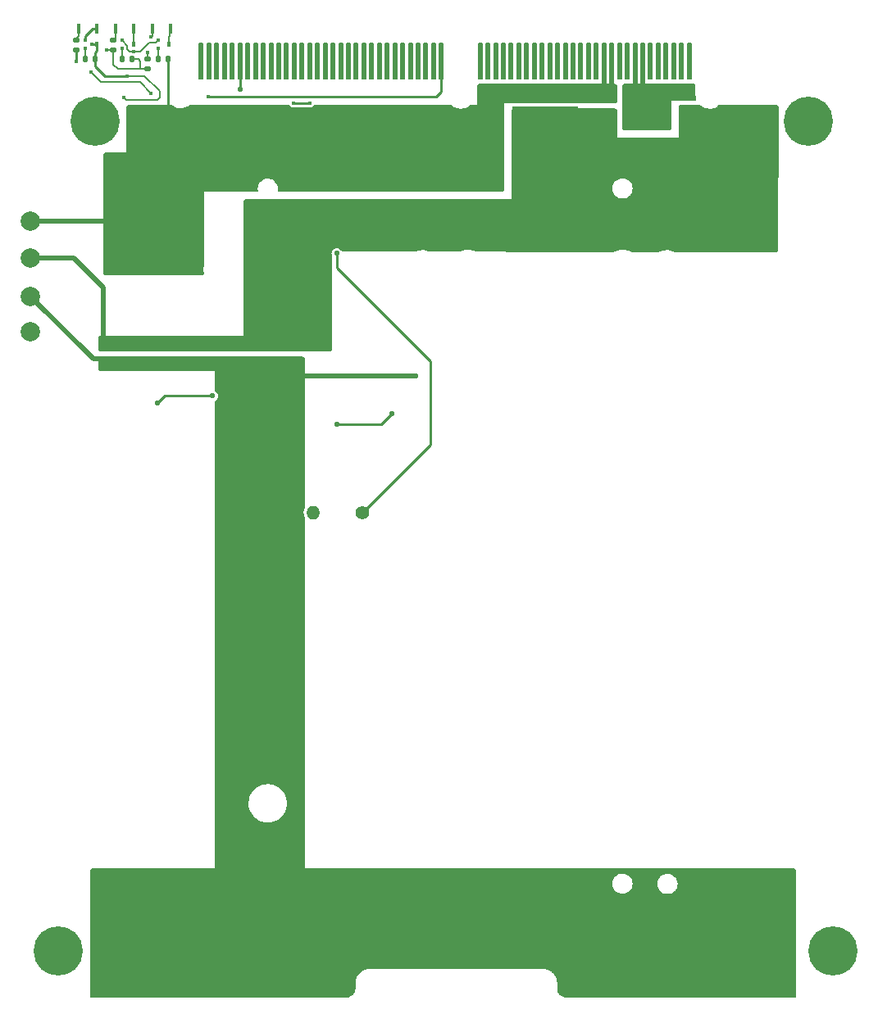
<source format=gbl>
%TF.GenerationSoftware,KiCad,Pcbnew,(6.0.2)*%
%TF.CreationDate,2022-09-07T09:44:16-04:00*%
%TF.ProjectId,batteryboard,62617474-6572-4796-926f-6172642e6b69,rev?*%
%TF.SameCoordinates,Original*%
%TF.FileFunction,Copper,L2,Bot*%
%TF.FilePolarity,Positive*%
%FSLAX46Y46*%
G04 Gerber Fmt 4.6, Leading zero omitted, Abs format (unit mm)*
G04 Created by KiCad (PCBNEW (6.0.2)) date 2022-09-07 09:44:16*
%MOMM*%
%LPD*%
G01*
G04 APERTURE LIST*
G04 Aperture macros list*
%AMRoundRect*
0 Rectangle with rounded corners*
0 $1 Rounding radius*
0 $2 $3 $4 $5 $6 $7 $8 $9 X,Y pos of 4 corners*
0 Add a 4 corners polygon primitive as box body*
4,1,4,$2,$3,$4,$5,$6,$7,$8,$9,$2,$3,0*
0 Add four circle primitives for the rounded corners*
1,1,$1+$1,$2,$3*
1,1,$1+$1,$4,$5*
1,1,$1+$1,$6,$7*
1,1,$1+$1,$8,$9*
0 Add four rect primitives between the rounded corners*
20,1,$1+$1,$2,$3,$4,$5,0*
20,1,$1+$1,$4,$5,$6,$7,0*
20,1,$1+$1,$6,$7,$8,$9,0*
20,1,$1+$1,$8,$9,$2,$3,0*%
%AMFreePoly0*
4,1,12,0.105238,2.379067,0.194454,2.319454,0.254067,2.230238,0.275000,2.125000,0.275000,-1.400000,-0.275000,-1.400000,-0.275000,2.125000,-0.254067,2.230238,-0.194454,2.319454,-0.105238,2.379067,0.000000,2.400000,0.105238,2.379067,0.105238,2.379067,$1*%
G04 Aperture macros list end*
%TA.AperFunction,ComponentPad*%
%ADD10C,2.000000*%
%TD*%
%TA.AperFunction,ComponentPad*%
%ADD11C,5.080000*%
%TD*%
%TA.AperFunction,SMDPad,CuDef*%
%ADD12FreePoly0,0.000000*%
%TD*%
%TA.AperFunction,ComponentPad*%
%ADD13C,1.400000*%
%TD*%
%TA.AperFunction,ComponentPad*%
%ADD14O,1.400000X1.400000*%
%TD*%
%TA.AperFunction,SMDPad,CuDef*%
%ADD15R,6.800000X7.300000*%
%TD*%
%TA.AperFunction,SMDPad,CuDef*%
%ADD16R,4.000000X6.800000*%
%TD*%
%TA.AperFunction,SMDPad,CuDef*%
%ADD17R,4.500000X6.700000*%
%TD*%
%TA.AperFunction,SMDPad,CuDef*%
%ADD18R,0.370000X1.000000*%
%TD*%
%TA.AperFunction,SMDPad,CuDef*%
%ADD19R,0.450000X0.400000*%
%TD*%
%TA.AperFunction,SMDPad,CuDef*%
%ADD20R,0.450000X0.500000*%
%TD*%
%TA.AperFunction,SMDPad,CuDef*%
%ADD21RoundRect,0.135000X0.185000X-0.135000X0.185000X0.135000X-0.185000X0.135000X-0.185000X-0.135000X0*%
%TD*%
%TA.AperFunction,SMDPad,CuDef*%
%ADD22RoundRect,0.135000X-0.135000X-0.185000X0.135000X-0.185000X0.135000X0.185000X-0.135000X0.185000X0*%
%TD*%
%TA.AperFunction,ViaPad*%
%ADD23C,0.584200*%
%TD*%
%TA.AperFunction,ViaPad*%
%ADD24C,0.381000*%
%TD*%
%TA.AperFunction,Conductor*%
%ADD25C,0.508000*%
%TD*%
%TA.AperFunction,Conductor*%
%ADD26C,0.203200*%
%TD*%
%TA.AperFunction,Conductor*%
%ADD27C,0.254000*%
%TD*%
%TA.AperFunction,Conductor*%
%ADD28C,0.279400*%
%TD*%
G04 APERTURE END LIST*
D10*
X55499000Y-67310000D03*
X55499000Y-71247000D03*
X55499000Y-74930000D03*
X55499000Y-63500000D03*
D11*
X62118400Y-53157200D03*
X135778400Y-53157200D03*
X138318400Y-138887200D03*
X58318400Y-138887200D03*
D12*
X73122220Y-47404353D03*
X73922220Y-47404353D03*
X74722220Y-47404353D03*
X75522220Y-47404353D03*
X76322220Y-47404353D03*
X77122220Y-47404353D03*
X77922220Y-47404353D03*
X78722220Y-47404353D03*
X79522220Y-47404353D03*
X80322220Y-47404353D03*
X81122220Y-47404353D03*
X81922220Y-47404353D03*
X82722220Y-47404353D03*
X83522220Y-47404353D03*
X84322220Y-47404353D03*
X85122220Y-47404353D03*
X85922220Y-47404353D03*
X86722220Y-47404353D03*
X87522220Y-47404353D03*
X88322220Y-47404353D03*
X89122220Y-47404353D03*
X89922220Y-47404353D03*
X90722220Y-47404353D03*
X91522220Y-47404353D03*
X92322220Y-47404353D03*
X93122220Y-47404353D03*
X93922220Y-47404353D03*
X94722220Y-47404353D03*
X95522220Y-47404353D03*
X96322220Y-47404353D03*
X97122220Y-47404353D03*
X97922220Y-47404353D03*
X101922220Y-47404353D03*
X102722220Y-47404353D03*
X103522220Y-47404353D03*
X104322220Y-47404353D03*
X105122220Y-47404353D03*
X105922220Y-47404353D03*
X106722220Y-47404353D03*
X107522220Y-47404353D03*
X108322220Y-47404353D03*
X109122220Y-47404353D03*
X109922220Y-47404353D03*
X110722220Y-47404353D03*
X111522220Y-47404353D03*
X112322220Y-47404353D03*
X113122220Y-47404353D03*
X113922220Y-47404353D03*
X114722220Y-47404353D03*
X115522220Y-47404353D03*
X116322220Y-47404353D03*
X117122220Y-47404353D03*
X117922220Y-47404353D03*
X118722220Y-47404353D03*
X119522220Y-47404353D03*
X120322220Y-47404353D03*
X121122220Y-47404353D03*
X121922220Y-47404353D03*
X122722220Y-47404353D03*
X123522220Y-47404353D03*
D13*
X89739000Y-93599000D03*
D14*
X84659000Y-93599000D03*
D15*
X87998300Y-136825100D03*
X87998300Y-55275100D03*
D16*
X127873300Y-55499700D03*
D15*
X129273300Y-136799700D03*
X108623100Y-55249700D03*
X108623100Y-136799700D03*
X67348100Y-136825100D03*
D17*
X68273100Y-55575100D03*
D18*
X62322181Y-43591480D03*
X60462181Y-43591480D03*
X66122173Y-43591480D03*
X64262173Y-43591480D03*
X69922191Y-43591480D03*
X68062191Y-43591480D03*
D19*
X61172400Y-45586600D03*
X61172400Y-44786600D03*
D20*
X62322400Y-45186600D03*
D19*
X64957000Y-45586600D03*
X64957000Y-44786600D03*
D20*
X66107000Y-45186600D03*
D19*
X68665400Y-45586600D03*
X68665400Y-44786600D03*
D20*
X69815400Y-45186600D03*
D21*
X60198000Y-45798200D03*
X60198000Y-44778200D03*
X64033400Y-45798200D03*
X64033400Y-44778200D03*
X67614800Y-47754000D03*
X67614800Y-46734000D03*
D22*
X61161200Y-46736000D03*
X62181200Y-46736000D03*
X64971200Y-46736000D03*
X65991200Y-46736000D03*
X68654200Y-46736000D03*
X69674200Y-46736000D03*
D23*
X90106500Y-65341500D03*
X90106500Y-64579500D03*
X90106500Y-66103500D03*
X90995500Y-65341500D03*
X90995500Y-66103500D03*
X90995500Y-64579500D03*
X124460000Y-58420000D03*
X125730000Y-59690000D03*
X130810000Y-62230000D03*
X124460000Y-55880000D03*
X132080000Y-53340000D03*
X124460000Y-63500000D03*
X127000000Y-60960000D03*
X125730000Y-62230000D03*
X72825000Y-76273000D03*
X132080000Y-55880000D03*
X132080000Y-60960000D03*
X132080000Y-63500000D03*
X128270000Y-62230000D03*
X127000000Y-63500000D03*
X129540000Y-63500000D03*
X89217500Y-66103500D03*
X68507000Y-76273000D03*
X125730000Y-64770000D03*
X124460000Y-53340000D03*
X128270000Y-64770000D03*
X89217500Y-64579500D03*
X130810000Y-64770000D03*
X124460000Y-60960000D03*
X64443000Y-76273000D03*
X132080000Y-58420000D03*
X89217500Y-65341500D03*
X130810000Y-59690000D03*
X128270000Y-59690000D03*
X129540000Y-60960000D03*
D24*
X66128900Y-45948600D03*
X65493900Y-48463200D03*
X61810900Y-45186600D03*
D23*
X120015000Y-53340000D03*
X117475000Y-52070000D03*
X120000000Y-49800000D03*
X121285000Y-50165000D03*
X117475000Y-53340000D03*
X120015000Y-50800000D03*
X121285000Y-51435000D03*
X118722220Y-50187780D03*
X121285000Y-52705000D03*
X118745000Y-51435000D03*
D24*
X65151000Y-50673000D03*
D23*
X120015000Y-52070000D03*
X117475000Y-50800000D03*
X118745000Y-52705000D03*
X115570000Y-139700000D03*
X114300000Y-135890000D03*
X119380000Y-133350000D03*
X118110000Y-137160000D03*
X116840000Y-133350000D03*
X124460000Y-133350000D03*
X72857000Y-78273000D03*
X113030000Y-137160000D03*
X123190000Y-139700000D03*
X115570000Y-134620000D03*
X121920000Y-133350000D03*
X119380000Y-138430000D03*
X114300000Y-133350000D03*
X123190000Y-137160000D03*
X124460000Y-138430000D03*
X64475000Y-78273000D03*
X95250000Y-79502002D03*
X121920000Y-138430000D03*
X124460000Y-135890000D03*
X119380000Y-135890000D03*
X116840000Y-138430000D03*
X120650000Y-139700000D03*
X68539000Y-78273000D03*
X113030000Y-139700000D03*
X116840000Y-135890000D03*
X120650000Y-137160000D03*
X121920000Y-135890000D03*
X115570000Y-137160000D03*
X120650000Y-134620000D03*
X118110000Y-139700000D03*
X118110000Y-134620000D03*
X113030000Y-134620000D03*
X114300000Y-138430000D03*
X123190000Y-134620000D03*
X100330000Y-55880000D03*
X95250000Y-53340000D03*
X97790000Y-58420000D03*
X96520000Y-54610000D03*
X72898000Y-68326000D03*
X96520000Y-57150000D03*
X72898000Y-64262000D03*
X64262000Y-66294000D03*
X92710000Y-55880000D03*
X92710000Y-53340000D03*
X93980000Y-54610000D03*
X100330000Y-58420000D03*
X102870000Y-58420000D03*
X72898000Y-66294000D03*
X64262000Y-64262000D03*
X96520000Y-52070000D03*
X101600000Y-54610000D03*
X99060000Y-54610000D03*
X102870000Y-53340000D03*
X95250000Y-58420000D03*
X68580000Y-68326000D03*
X104140000Y-57150000D03*
X68580000Y-64262000D03*
X68580000Y-66294000D03*
X104140000Y-54610000D03*
X93980000Y-57150000D03*
X104140000Y-52070000D03*
X100330000Y-53340000D03*
X101600000Y-57150000D03*
X99060000Y-57150000D03*
X95250000Y-55880000D03*
X93980000Y-52070000D03*
X64262000Y-68326000D03*
X92710000Y-58420000D03*
X97790000Y-55880000D03*
X102870000Y-55880000D03*
X97790000Y-53340000D03*
X87122000Y-84455000D03*
X92770500Y-83378500D03*
D24*
X67614800Y-46050200D03*
X67945000Y-44450000D03*
D23*
X68580000Y-82296000D03*
X74295000Y-81534000D03*
X77122220Y-49877780D03*
X87122000Y-66802000D03*
D24*
X60198000Y-46990000D03*
X63334900Y-45796200D03*
X82690208Y-51294792D03*
X84328000Y-51294792D03*
X67945000Y-50266600D03*
X73837800Y-50622200D03*
X61707979Y-48068179D03*
D25*
X55499000Y-67310000D02*
X59944000Y-67310000D01*
X59944000Y-67310000D02*
X61214000Y-68580000D01*
X62992000Y-70358000D02*
X62992000Y-75819000D01*
X61214000Y-68580000D02*
X62992000Y-70358000D01*
D26*
X65493900Y-45732700D02*
X65709800Y-45948600D01*
X65493900Y-45323500D02*
X65493900Y-45732700D01*
X65709800Y-45948600D02*
X66128900Y-45948600D01*
X64957000Y-44786600D02*
X65493900Y-45323500D01*
X68834000Y-50038000D02*
X68834000Y-50673000D01*
D27*
X63195200Y-48463200D02*
X65493900Y-48463200D01*
D26*
X67259200Y-48463200D02*
X68834000Y-50038000D01*
X65493900Y-48463200D02*
X67259200Y-48463200D01*
D27*
X62322400Y-45186600D02*
X61874400Y-45186600D01*
D26*
X68456389Y-44995611D02*
X67780389Y-44995611D01*
X67780389Y-44995611D02*
X66827400Y-45948600D01*
D25*
X117922220Y-47404353D02*
X117922220Y-49850220D01*
D27*
X62322400Y-45881600D02*
X62181200Y-46022800D01*
D26*
X68834000Y-50673000D02*
X68580000Y-50927000D01*
D25*
X118722220Y-47404353D02*
X118722220Y-50187780D01*
D26*
X66827400Y-45948600D02*
X66128900Y-45948600D01*
D27*
X62181200Y-46022800D02*
X62181200Y-46736000D01*
X62181200Y-47449200D02*
X63195200Y-48463200D01*
X62322400Y-45186600D02*
X62322400Y-45881600D01*
D26*
X65405000Y-50927000D02*
X65151000Y-50673000D01*
D27*
X62181200Y-46736000D02*
X62181200Y-47449200D01*
D26*
X68665400Y-44786600D02*
X68456389Y-44995611D01*
X65405000Y-50927000D02*
X68580000Y-50927000D01*
D25*
X55499000Y-71247000D02*
X61976000Y-77724000D01*
X61976000Y-77724000D02*
X63119000Y-77724000D01*
X95250000Y-79502002D02*
X83439002Y-79502002D01*
X55499000Y-63500000D02*
X63881000Y-63500000D01*
X115522220Y-47404353D02*
X115522220Y-50498220D01*
X114722220Y-47404353D02*
X114722220Y-50714220D01*
D27*
X69674200Y-46736000D02*
X69674200Y-51864800D01*
D28*
X91694000Y-84455000D02*
X87122000Y-84455000D01*
X92770500Y-83378500D02*
X91694000Y-84455000D01*
D27*
X61172400Y-44332600D02*
X61913520Y-43591480D01*
X61172400Y-44786600D02*
X61172400Y-44332600D01*
X61913520Y-43591480D02*
X62322181Y-43591480D01*
D26*
X60198000Y-44778200D02*
X60198000Y-44577000D01*
X60198000Y-44577000D02*
X60462181Y-44312819D01*
X60462181Y-44312819D02*
X60462181Y-43591480D01*
X66107000Y-45186600D02*
X66107000Y-43606653D01*
X66107000Y-43606653D02*
X66122173Y-43591480D01*
X64262173Y-44549427D02*
X64033400Y-44778200D01*
X64262173Y-43591480D02*
X64262173Y-44549427D01*
X69815400Y-45186600D02*
X69815400Y-44450393D01*
X69891993Y-44373800D02*
X69891993Y-43591480D01*
X69815400Y-44450393D02*
X69891993Y-44373800D01*
X67614800Y-46734000D02*
X67614800Y-46050200D01*
X68062191Y-44332809D02*
X67945000Y-44450000D01*
X68062191Y-43591480D02*
X68062191Y-44332809D01*
D28*
X74295000Y-81534000D02*
X69342000Y-81534000D01*
X69342000Y-81534000D02*
X68580000Y-82296000D01*
D27*
X87122000Y-68326000D02*
X96774000Y-77978000D01*
X96774000Y-86564000D02*
X96774000Y-77978000D01*
X77122220Y-47404353D02*
X77122220Y-49877780D01*
X89739000Y-93599000D02*
X96774000Y-86564000D01*
X87122000Y-68326000D02*
X87122000Y-66802000D01*
D26*
X67612800Y-47752000D02*
X67614800Y-47754000D01*
X63336900Y-45798200D02*
X63334900Y-45796200D01*
X64033400Y-45798200D02*
X63336900Y-45798200D01*
X66865500Y-47752000D02*
X67612800Y-47752000D01*
X66624200Y-46736000D02*
X66827400Y-46939200D01*
X66827400Y-46939200D02*
X66827400Y-47713900D01*
X64033400Y-47269400D02*
X64033400Y-45798200D01*
X60198000Y-46355000D02*
X60198000Y-46990000D01*
X65991200Y-46736000D02*
X66624200Y-46736000D01*
D27*
X84328000Y-51294792D02*
X82690208Y-51294792D01*
D26*
X64516000Y-47752000D02*
X64033400Y-47269400D01*
X66827400Y-47713900D02*
X66865500Y-47752000D01*
D27*
X60198000Y-46583600D02*
X60198000Y-46355000D01*
X60198000Y-45798200D02*
X60198000Y-46990000D01*
X60198000Y-46355000D02*
X60198000Y-45798200D01*
D26*
X66865500Y-47752000D02*
X64516000Y-47752000D01*
X61172400Y-46724800D02*
X61161200Y-46736000D01*
X61172400Y-45586600D02*
X61172400Y-46724800D01*
X64957000Y-46721800D02*
X64971200Y-46736000D01*
X64957000Y-45586600D02*
X64957000Y-46721800D01*
X68654200Y-46736000D02*
X68654200Y-45597800D01*
X68654200Y-45597800D02*
X68665400Y-45586600D01*
X66776600Y-49098200D02*
X67945000Y-50266600D01*
X62738000Y-49098200D02*
X66776600Y-49098200D01*
D27*
X73837800Y-50622200D02*
X97358200Y-50622200D01*
X97922220Y-50058180D02*
X97922220Y-47404353D01*
D26*
X61707990Y-48068190D02*
X62738000Y-49098200D01*
D27*
X97358200Y-50622200D02*
X97922220Y-50058180D01*
%TA.AperFunction,Conductor*%
G36*
X115840170Y-49278421D02*
G01*
X115864073Y-49283175D01*
X115899091Y-49290141D01*
X115944510Y-49308954D01*
X115964329Y-49322196D01*
X115983939Y-49335300D01*
X116018700Y-49370061D01*
X116045045Y-49409488D01*
X116063860Y-49454911D01*
X116075579Y-49513830D01*
X116078000Y-49538410D01*
X116078000Y-51045590D01*
X116075579Y-51070170D01*
X116063860Y-51129089D01*
X116045045Y-51174512D01*
X116018700Y-51213939D01*
X115983939Y-51248700D01*
X115964329Y-51261804D01*
X115944510Y-51275046D01*
X115899091Y-51293859D01*
X115864073Y-51300825D01*
X115840170Y-51305579D01*
X115815590Y-51308000D01*
X104394000Y-51308000D01*
X104394000Y-60189590D01*
X104391579Y-60214170D01*
X104379860Y-60273089D01*
X104361045Y-60318512D01*
X104334700Y-60357939D01*
X104299939Y-60392700D01*
X104280329Y-60405804D01*
X104260510Y-60419046D01*
X104215091Y-60437859D01*
X104180073Y-60444825D01*
X104156170Y-60449579D01*
X104131590Y-60452000D01*
X81148625Y-60452000D01*
X81080504Y-60431998D01*
X81034011Y-60378342D01*
X81023315Y-60312830D01*
X81042161Y-60133522D01*
X81042161Y-60133519D01*
X81042805Y-60127392D01*
X81024329Y-59924375D01*
X81012643Y-59884668D01*
X80968513Y-59734731D01*
X80966771Y-59728812D01*
X80946443Y-59689928D01*
X80875180Y-59553614D01*
X80875177Y-59553610D01*
X80872325Y-59548154D01*
X80744588Y-59389281D01*
X80588425Y-59258244D01*
X80409784Y-59160036D01*
X80403917Y-59158175D01*
X80403915Y-59158174D01*
X80311897Y-59128984D01*
X80215470Y-59098395D01*
X80056819Y-59080600D01*
X79947000Y-59080600D01*
X79795416Y-59095463D01*
X79600261Y-59154384D01*
X79420266Y-59250089D01*
X79262288Y-59378932D01*
X79253727Y-59389281D01*
X79136274Y-59531256D01*
X79136272Y-59531260D01*
X79132345Y-59536006D01*
X79035386Y-59715328D01*
X79033564Y-59721215D01*
X78982967Y-59884668D01*
X78975104Y-59910068D01*
X78953795Y-60112808D01*
X78971999Y-60312830D01*
X78972158Y-60314580D01*
X78958413Y-60384233D01*
X78909192Y-60435398D01*
X78846677Y-60452000D01*
X73406000Y-60452000D01*
X73406000Y-68047479D01*
X73402746Y-68075928D01*
X73387977Y-68139647D01*
X73363789Y-68418928D01*
X73364033Y-68423363D01*
X73364033Y-68423367D01*
X73378387Y-68684177D01*
X73379193Y-68698831D01*
X73380062Y-68703198D01*
X73401548Y-68811219D01*
X73401548Y-68860379D01*
X73391860Y-68909088D01*
X73373045Y-68954512D01*
X73346700Y-68993939D01*
X73311939Y-69028700D01*
X73292329Y-69041804D01*
X73272510Y-69055046D01*
X73227091Y-69073859D01*
X73192073Y-69080825D01*
X73168170Y-69085579D01*
X73143590Y-69088000D01*
X63254410Y-69088000D01*
X63229830Y-69085579D01*
X63205927Y-69080825D01*
X63170909Y-69073859D01*
X63125490Y-69055046D01*
X63105671Y-69041804D01*
X63086061Y-69028700D01*
X63051300Y-68993939D01*
X63024955Y-68954512D01*
X63006140Y-68909089D01*
X62994421Y-68850170D01*
X62992000Y-68825590D01*
X62992000Y-56650410D01*
X62994421Y-56625830D01*
X63006140Y-56566911D01*
X63024955Y-56521488D01*
X63051300Y-56482061D01*
X63086061Y-56447300D01*
X63105671Y-56434196D01*
X63125490Y-56420954D01*
X63170909Y-56402141D01*
X63205927Y-56395175D01*
X63229830Y-56390421D01*
X63254410Y-56388000D01*
X65405000Y-56388000D01*
X65405000Y-51697410D01*
X65407421Y-51672830D01*
X65416681Y-51626273D01*
X65419141Y-51613909D01*
X65437955Y-51568488D01*
X65442365Y-51561889D01*
X65461986Y-51532524D01*
X65464300Y-51529061D01*
X65499061Y-51494300D01*
X65518867Y-51481066D01*
X65538490Y-51467954D01*
X65583909Y-51449141D01*
X65618927Y-51442175D01*
X65642830Y-51437421D01*
X65667410Y-51435000D01*
X70059689Y-51435000D01*
X70127810Y-51455002D01*
X70157088Y-51481066D01*
X70177600Y-51506060D01*
X70208212Y-51543360D01*
X70334443Y-51646956D01*
X70478459Y-51723934D01*
X70634726Y-51771338D01*
X70781480Y-51785792D01*
X70782130Y-51785889D01*
X70782461Y-51785889D01*
X70787629Y-51786398D01*
X70797239Y-51788309D01*
X70810095Y-51785752D01*
X70834675Y-51783331D01*
X70984807Y-51783331D01*
X71009385Y-51785752D01*
X71022232Y-51788307D01*
X71026225Y-51787513D01*
X71038313Y-51786562D01*
X71038314Y-51786562D01*
X71159604Y-51777015D01*
X71250390Y-51769870D01*
X71255197Y-51768716D01*
X71255203Y-51768715D01*
X71395159Y-51735114D01*
X71472929Y-51716443D01*
X71506122Y-51702694D01*
X71679798Y-51630755D01*
X71679800Y-51630754D01*
X71684370Y-51628861D01*
X71879507Y-51509280D01*
X71889906Y-51500399D01*
X71905802Y-51486822D01*
X71931131Y-51465189D01*
X71995920Y-51436158D01*
X72012961Y-51435000D01*
X82183473Y-51435000D01*
X82251594Y-51455002D01*
X82298802Y-51510254D01*
X82308531Y-51532365D01*
X82314308Y-51539238D01*
X82314309Y-51539239D01*
X82384771Y-51623064D01*
X82390551Y-51629940D01*
X82496661Y-51700573D01*
X82618329Y-51738585D01*
X82745776Y-51740921D01*
X82842505Y-51714549D01*
X82860093Y-51709754D01*
X82860094Y-51709754D01*
X82868756Y-51707392D01*
X82889074Y-51694917D01*
X82955003Y-51676292D01*
X84059875Y-51676292D01*
X84117877Y-51693832D01*
X84118878Y-51691734D01*
X84126978Y-51695597D01*
X84134453Y-51700573D01*
X84256121Y-51738585D01*
X84383568Y-51740921D01*
X84480297Y-51714549D01*
X84497885Y-51709754D01*
X84497886Y-51709754D01*
X84506548Y-51707392D01*
X84615175Y-51640696D01*
X84700715Y-51546192D01*
X84704630Y-51538112D01*
X84720160Y-51506060D01*
X84767863Y-51453478D01*
X84833551Y-51435000D01*
X98872911Y-51435000D01*
X98941032Y-51455002D01*
X98954741Y-51465189D01*
X99064932Y-51559303D01*
X99260070Y-51678886D01*
X99318889Y-51703250D01*
X99409833Y-51740921D01*
X99471512Y-51766470D01*
X99694052Y-51819899D01*
X99922210Y-51837857D01*
X100150369Y-51819902D01*
X100372910Y-51766476D01*
X100584353Y-51678894D01*
X100779492Y-51559314D01*
X100871109Y-51481066D01*
X100889699Y-51465189D01*
X100954489Y-51436158D01*
X100971529Y-51435000D01*
X101600000Y-51435000D01*
X101600000Y-49538410D01*
X101602421Y-49513830D01*
X101614140Y-49454911D01*
X101632955Y-49409488D01*
X101659300Y-49370061D01*
X101694061Y-49335300D01*
X101713671Y-49322196D01*
X101733490Y-49308954D01*
X101778909Y-49290141D01*
X101813927Y-49283175D01*
X101837830Y-49278421D01*
X101862410Y-49276000D01*
X115815590Y-49276000D01*
X115840170Y-49278421D01*
G37*
%TD.AperFunction*%
%TA.AperFunction,Conductor*%
G36*
X124641033Y-51455002D02*
G01*
X124654740Y-51465187D01*
X124764944Y-51559310D01*
X124960081Y-51678890D01*
X125171522Y-51766473D01*
X125262474Y-51788309D01*
X125389248Y-51818745D01*
X125389254Y-51818746D01*
X125394061Y-51819900D01*
X125578533Y-51834419D01*
X125597566Y-51835917D01*
X125618225Y-51837543D01*
X125622218Y-51838337D01*
X125635065Y-51835782D01*
X125659643Y-51833361D01*
X125809772Y-51833361D01*
X125834352Y-51835782D01*
X125847213Y-51838340D01*
X125856823Y-51836429D01*
X125861991Y-51835920D01*
X125862322Y-51835920D01*
X125862972Y-51835823D01*
X126009726Y-51821369D01*
X126165993Y-51773965D01*
X126310009Y-51696987D01*
X126436240Y-51593391D01*
X126456678Y-51568488D01*
X126528424Y-51481066D01*
X126587102Y-51441097D01*
X126625823Y-51435000D01*
X132491790Y-51435000D01*
X132516413Y-51437429D01*
X132575424Y-51449187D01*
X132620903Y-51468060D01*
X132660371Y-51494488D01*
X132695145Y-51529354D01*
X132721466Y-51568888D01*
X132740220Y-51614417D01*
X132751823Y-51673455D01*
X132754188Y-51698084D01*
X132715685Y-66412985D01*
X132713204Y-66437536D01*
X132701353Y-66496368D01*
X132682456Y-66541703D01*
X132656054Y-66581042D01*
X132621260Y-66615707D01*
X132581825Y-66641962D01*
X132536419Y-66660691D01*
X132477545Y-66672323D01*
X132452985Y-66674713D01*
X124445703Y-66665947D01*
X122159760Y-66663445D01*
X122112599Y-66654230D01*
X121886562Y-66562675D01*
X121882249Y-66561604D01*
X121882244Y-66561602D01*
X121618824Y-66496168D01*
X121618819Y-66496167D01*
X121614503Y-66495095D01*
X121610075Y-66494641D01*
X121610073Y-66494641D01*
X121519322Y-66485343D01*
X121375428Y-66470600D01*
X121201893Y-66470600D01*
X120993674Y-66485343D01*
X120989319Y-66486281D01*
X120989316Y-66486281D01*
X120723974Y-66543407D01*
X120723972Y-66543407D01*
X120719627Y-66544343D01*
X120456627Y-66641369D01*
X120452706Y-66643485D01*
X120452703Y-66643486D01*
X120447314Y-66646394D01*
X120387348Y-66661504D01*
X117766507Y-66658635D01*
X117556976Y-66658406D01*
X117501684Y-66645558D01*
X117500027Y-66644746D01*
X117496184Y-66642514D01*
X117492067Y-66640846D01*
X117492062Y-66640844D01*
X117240488Y-66538946D01*
X117240485Y-66538945D01*
X117236362Y-66537275D01*
X117232049Y-66536204D01*
X117232044Y-66536202D01*
X116968624Y-66470768D01*
X116968619Y-66470767D01*
X116964303Y-66469695D01*
X116959875Y-66469241D01*
X116959873Y-66469241D01*
X116869122Y-66459943D01*
X116725228Y-66445200D01*
X116551693Y-66445200D01*
X116343474Y-66459943D01*
X116339119Y-66460881D01*
X116339116Y-66460881D01*
X116073774Y-66518007D01*
X116073772Y-66518007D01*
X116069427Y-66518943D01*
X115806427Y-66615969D01*
X115802505Y-66618085D01*
X115802501Y-66618087D01*
X115759554Y-66641260D01*
X115699585Y-66656372D01*
X107749917Y-66647670D01*
X101516475Y-66640846D01*
X101469313Y-66631630D01*
X101236362Y-66537275D01*
X101100332Y-66503485D01*
X100968624Y-66470768D01*
X100968619Y-66470767D01*
X100964303Y-66469695D01*
X100959875Y-66469241D01*
X100959873Y-66469241D01*
X100869122Y-66459943D01*
X100725228Y-66445200D01*
X100551693Y-66445200D01*
X100343474Y-66459943D01*
X100339119Y-66460881D01*
X100339116Y-66460881D01*
X100073774Y-66518007D01*
X100073772Y-66518007D01*
X100069427Y-66518943D01*
X99806427Y-66615969D01*
X99802505Y-66618085D01*
X99802501Y-66618087D01*
X99791951Y-66623779D01*
X99731980Y-66638892D01*
X96816262Y-66635700D01*
X96769100Y-66626485D01*
X96611562Y-66562675D01*
X96607249Y-66561604D01*
X96607244Y-66561602D01*
X96343824Y-66496168D01*
X96343819Y-66496167D01*
X96339503Y-66495095D01*
X96335075Y-66494641D01*
X96335073Y-66494641D01*
X96244322Y-66485343D01*
X96100428Y-66470600D01*
X95926893Y-66470600D01*
X95718674Y-66485343D01*
X95714319Y-66486281D01*
X95714316Y-66486281D01*
X95448974Y-66543407D01*
X95448972Y-66543407D01*
X95444627Y-66544343D01*
X95345150Y-66581042D01*
X95222961Y-66626120D01*
X95179213Y-66633908D01*
X87724682Y-66625747D01*
X87656583Y-66605670D01*
X87608411Y-66547965D01*
X87606523Y-66543407D01*
X87599455Y-66526342D01*
X87511840Y-66412160D01*
X87397659Y-66324545D01*
X87390028Y-66321384D01*
X87272319Y-66272628D01*
X87272315Y-66272627D01*
X87264691Y-66269469D01*
X87122000Y-66250683D01*
X86979309Y-66269469D01*
X86846342Y-66324545D01*
X86732160Y-66412160D01*
X86644545Y-66526342D01*
X86589469Y-66659309D01*
X86570683Y-66802000D01*
X86589469Y-66944691D01*
X86592627Y-66952315D01*
X86592628Y-66952319D01*
X86604409Y-66980760D01*
X86614000Y-67028977D01*
X86614000Y-76699590D01*
X86611579Y-76724170D01*
X86599860Y-76783089D01*
X86581045Y-76828512D01*
X86554700Y-76867939D01*
X86519939Y-76902700D01*
X86500329Y-76915804D01*
X86480510Y-76929046D01*
X86435091Y-76947859D01*
X86400073Y-76954825D01*
X86376170Y-76959579D01*
X86351590Y-76962000D01*
X62746410Y-76962000D01*
X62721830Y-76959579D01*
X62697927Y-76954825D01*
X62662909Y-76947859D01*
X62617490Y-76929046D01*
X62597671Y-76915804D01*
X62578061Y-76902700D01*
X62543300Y-76867939D01*
X62516955Y-76828512D01*
X62498140Y-76783089D01*
X62486421Y-76724170D01*
X62484000Y-76699590D01*
X62484000Y-75573410D01*
X62486421Y-75548830D01*
X62498140Y-75489911D01*
X62516955Y-75444488D01*
X62543300Y-75405061D01*
X62578061Y-75370300D01*
X62597671Y-75357196D01*
X62617490Y-75343954D01*
X62662909Y-75325141D01*
X62697927Y-75318175D01*
X62721830Y-75313421D01*
X62746410Y-75311000D01*
X77470000Y-75311000D01*
X77470000Y-61476410D01*
X77472421Y-61451830D01*
X77484140Y-61392911D01*
X77502955Y-61347488D01*
X77529300Y-61308061D01*
X77564061Y-61273300D01*
X77583671Y-61260196D01*
X77603490Y-61246954D01*
X77648909Y-61228141D01*
X77683927Y-61221175D01*
X77707830Y-61216421D01*
X77732410Y-61214000D01*
X105156000Y-61214000D01*
X105156000Y-60087408D01*
X115578595Y-60087408D01*
X115597071Y-60290425D01*
X115654629Y-60485988D01*
X115657486Y-60491453D01*
X115746220Y-60661186D01*
X115746223Y-60661190D01*
X115749075Y-60666646D01*
X115752935Y-60671446D01*
X115752935Y-60671447D01*
X115779264Y-60704194D01*
X115876812Y-60825519D01*
X116032975Y-60956556D01*
X116211616Y-61054764D01*
X116217483Y-61056625D01*
X116217485Y-61056626D01*
X116235047Y-61062197D01*
X116405930Y-61116405D01*
X116564581Y-61134200D01*
X116674400Y-61134200D01*
X116825984Y-61119337D01*
X117021139Y-61060416D01*
X117201134Y-60964711D01*
X117359112Y-60835868D01*
X117415341Y-60767899D01*
X117485126Y-60683544D01*
X117485128Y-60683540D01*
X117489055Y-60678794D01*
X117586014Y-60499472D01*
X117646296Y-60304732D01*
X117667605Y-60101992D01*
X117649129Y-59898975D01*
X117591571Y-59703412D01*
X117581689Y-59684510D01*
X117499980Y-59528214D01*
X117499977Y-59528210D01*
X117497125Y-59522754D01*
X117369388Y-59363881D01*
X117213225Y-59232844D01*
X117034584Y-59134636D01*
X117028717Y-59132775D01*
X117028715Y-59132774D01*
X116937427Y-59103816D01*
X116840270Y-59072995D01*
X116681619Y-59055200D01*
X116571800Y-59055200D01*
X116420216Y-59070063D01*
X116225061Y-59128984D01*
X116045066Y-59224689D01*
X115887088Y-59353532D01*
X115878527Y-59363881D01*
X115761074Y-59505856D01*
X115761072Y-59505860D01*
X115757145Y-59510606D01*
X115660186Y-59689928D01*
X115599904Y-59884668D01*
X115578595Y-60087408D01*
X105156000Y-60087408D01*
X105156000Y-52078410D01*
X105158421Y-52053830D01*
X105170140Y-51994911D01*
X105188955Y-51949488D01*
X105215300Y-51910061D01*
X105250061Y-51875300D01*
X105269671Y-51862196D01*
X105289490Y-51848954D01*
X105334909Y-51830141D01*
X105369927Y-51823175D01*
X105393830Y-51818421D01*
X105418410Y-51816000D01*
X115815590Y-51816000D01*
X115840170Y-51818421D01*
X115864073Y-51823175D01*
X115899091Y-51830141D01*
X115944510Y-51848954D01*
X115964329Y-51862196D01*
X115983939Y-51875300D01*
X116018700Y-51910061D01*
X116045045Y-51949488D01*
X116063860Y-51994911D01*
X116075579Y-52053830D01*
X116078000Y-52078410D01*
X116078000Y-54864000D01*
X122428000Y-54864000D01*
X122428000Y-51697410D01*
X122430421Y-51672830D01*
X122435175Y-51648927D01*
X122442141Y-51613909D01*
X122460955Y-51568488D01*
X122465363Y-51561892D01*
X122487300Y-51529061D01*
X122522061Y-51494300D01*
X122541867Y-51481066D01*
X122561490Y-51467954D01*
X122606909Y-51449141D01*
X122648208Y-51440926D01*
X122665830Y-51437421D01*
X122690410Y-51435000D01*
X124572912Y-51435000D01*
X124641033Y-51455002D01*
G37*
%TD.AperFunction*%
%TA.AperFunction,Conductor*%
G36*
X134318670Y-130367921D02*
G01*
X134342573Y-130372675D01*
X134377591Y-130379641D01*
X134423010Y-130398454D01*
X134442829Y-130411696D01*
X134462439Y-130424800D01*
X134497200Y-130459561D01*
X134523545Y-130498988D01*
X134542360Y-130544411D01*
X134554079Y-130603330D01*
X134556500Y-130627910D01*
X134556500Y-143587198D01*
X134536498Y-143655319D01*
X134482842Y-143701812D01*
X134430500Y-143713198D01*
X110857627Y-143713198D01*
X110833049Y-143710777D01*
X110820202Y-143708222D01*
X110808031Y-143710643D01*
X110796505Y-143710643D01*
X110785523Y-143710164D01*
X110667983Y-143699880D01*
X110646362Y-143696068D01*
X110509420Y-143659374D01*
X110488780Y-143651862D01*
X110360292Y-143591947D01*
X110341272Y-143580965D01*
X110225137Y-143499647D01*
X110208312Y-143485529D01*
X110108071Y-143385288D01*
X110093953Y-143368463D01*
X110012635Y-143252328D01*
X110001653Y-143233308D01*
X109941738Y-143104820D01*
X109934226Y-143084181D01*
X109897533Y-142947242D01*
X109893719Y-142925613D01*
X109883436Y-142808077D01*
X109882957Y-142797095D01*
X109882957Y-142785569D01*
X109885378Y-142773398D01*
X109882823Y-142760551D01*
X109880402Y-142735973D01*
X109880402Y-142277423D01*
X109882823Y-142252842D01*
X109885378Y-142239998D01*
X109884552Y-142235847D01*
X109866999Y-142012812D01*
X109813800Y-141791220D01*
X109805051Y-141770098D01*
X109728485Y-141585252D01*
X109728483Y-141585248D01*
X109726590Y-141580678D01*
X109607519Y-141386371D01*
X109604308Y-141382611D01*
X109604304Y-141382606D01*
X109462730Y-141216845D01*
X109459517Y-141213083D01*
X109442613Y-141198646D01*
X109289994Y-141068296D01*
X109289989Y-141068292D01*
X109286229Y-141065081D01*
X109091922Y-140946010D01*
X109087352Y-140944117D01*
X109087348Y-140944115D01*
X108885953Y-140860694D01*
X108885951Y-140860693D01*
X108881380Y-140858800D01*
X108805206Y-140840512D01*
X108664601Y-140806756D01*
X108664595Y-140806755D01*
X108659788Y-140805601D01*
X108436753Y-140788048D01*
X108432602Y-140787222D01*
X108419755Y-140789777D01*
X108395177Y-140792198D01*
X90537627Y-140792198D01*
X90513049Y-140789777D01*
X90500202Y-140787222D01*
X90496051Y-140788048D01*
X90273016Y-140805601D01*
X90268209Y-140806755D01*
X90268203Y-140806756D01*
X90127598Y-140840512D01*
X90051424Y-140858800D01*
X90046853Y-140860693D01*
X90046851Y-140860694D01*
X89845456Y-140944115D01*
X89845452Y-140944117D01*
X89840882Y-140946010D01*
X89646575Y-141065081D01*
X89642815Y-141068292D01*
X89642810Y-141068296D01*
X89490191Y-141198646D01*
X89473287Y-141213083D01*
X89470074Y-141216845D01*
X89328500Y-141382606D01*
X89328496Y-141382611D01*
X89325285Y-141386371D01*
X89206214Y-141580678D01*
X89204321Y-141585248D01*
X89204319Y-141585252D01*
X89127753Y-141770098D01*
X89119004Y-141791220D01*
X89065805Y-142012812D01*
X89048252Y-142235847D01*
X89047426Y-142239998D01*
X89049981Y-142252842D01*
X89052402Y-142277423D01*
X89052402Y-142735973D01*
X89049981Y-142760551D01*
X89047426Y-142773398D01*
X89049847Y-142785569D01*
X89049847Y-142797095D01*
X89049368Y-142808077D01*
X89039085Y-142925613D01*
X89035271Y-142947242D01*
X88998578Y-143084181D01*
X88991066Y-143104820D01*
X88931151Y-143233308D01*
X88920169Y-143252328D01*
X88838851Y-143368463D01*
X88824733Y-143385288D01*
X88724492Y-143485529D01*
X88707667Y-143499647D01*
X88591532Y-143580965D01*
X88572512Y-143591947D01*
X88444024Y-143651862D01*
X88423384Y-143659374D01*
X88286442Y-143696068D01*
X88264821Y-143699880D01*
X88147281Y-143710164D01*
X88136299Y-143710643D01*
X88124773Y-143710643D01*
X88112602Y-143708222D01*
X88099755Y-143710777D01*
X88075177Y-143713198D01*
X61784499Y-143713196D01*
X61716379Y-143693194D01*
X61669886Y-143639538D01*
X61658500Y-143587196D01*
X61658500Y-131947408D01*
X115578595Y-131947408D01*
X115597071Y-132150425D01*
X115598812Y-132156339D01*
X115598812Y-132156341D01*
X115610490Y-132196019D01*
X115654629Y-132345988D01*
X115657486Y-132351453D01*
X115746220Y-132521186D01*
X115746223Y-132521190D01*
X115749075Y-132526646D01*
X115876812Y-132685519D01*
X116032975Y-132816556D01*
X116211616Y-132914764D01*
X116217483Y-132916625D01*
X116217485Y-132916626D01*
X116235047Y-132922197D01*
X116405930Y-132976405D01*
X116564581Y-132994200D01*
X116674400Y-132994200D01*
X116825984Y-132979337D01*
X117021139Y-132920416D01*
X117201134Y-132824711D01*
X117359112Y-132695868D01*
X117464113Y-132568944D01*
X117485126Y-132543544D01*
X117485128Y-132543540D01*
X117489055Y-132538794D01*
X117586014Y-132359472D01*
X117636611Y-132196019D01*
X117644474Y-132170619D01*
X117644475Y-132170616D01*
X117646296Y-132164732D01*
X117666468Y-131972808D01*
X120228795Y-131972808D01*
X120230122Y-131987392D01*
X120244401Y-132144284D01*
X120247271Y-132175825D01*
X120304829Y-132371388D01*
X120307686Y-132376853D01*
X120396420Y-132546586D01*
X120396423Y-132546590D01*
X120399275Y-132552046D01*
X120527012Y-132710919D01*
X120683175Y-132841956D01*
X120861816Y-132940164D01*
X120867683Y-132942025D01*
X120867685Y-132942026D01*
X120885247Y-132947597D01*
X121056130Y-133001805D01*
X121214781Y-133019600D01*
X121324600Y-133019600D01*
X121476184Y-133004737D01*
X121671339Y-132945816D01*
X121851334Y-132850111D01*
X122009312Y-132721268D01*
X122065541Y-132653299D01*
X122135326Y-132568944D01*
X122135328Y-132568940D01*
X122139255Y-132564194D01*
X122236214Y-132384872D01*
X122296496Y-132190132D01*
X122300670Y-132150425D01*
X122317161Y-131993520D01*
X122317161Y-131993519D01*
X122317805Y-131987392D01*
X122299329Y-131784375D01*
X122289446Y-131750794D01*
X122243513Y-131594731D01*
X122241771Y-131588812D01*
X122221443Y-131549928D01*
X122150180Y-131413614D01*
X122150177Y-131413610D01*
X122147325Y-131408154D01*
X122019588Y-131249281D01*
X121863425Y-131118244D01*
X121684784Y-131020036D01*
X121678917Y-131018175D01*
X121678915Y-131018174D01*
X121581283Y-130987203D01*
X121490470Y-130958395D01*
X121331819Y-130940600D01*
X121222000Y-130940600D01*
X121070416Y-130955463D01*
X120875261Y-131014384D01*
X120695266Y-131110089D01*
X120537288Y-131238932D01*
X120528727Y-131249281D01*
X120411274Y-131391256D01*
X120411272Y-131391260D01*
X120407345Y-131396006D01*
X120310386Y-131575328D01*
X120308564Y-131581215D01*
X120257967Y-131744668D01*
X120250104Y-131770068D01*
X120228795Y-131972808D01*
X117666468Y-131972808D01*
X117667605Y-131961992D01*
X117656051Y-131835040D01*
X117649688Y-131765116D01*
X117649688Y-131765115D01*
X117649129Y-131758975D01*
X117591571Y-131563412D01*
X117581689Y-131544510D01*
X117499980Y-131388214D01*
X117499977Y-131388210D01*
X117497125Y-131382754D01*
X117369388Y-131223881D01*
X117213225Y-131092844D01*
X117034584Y-130994636D01*
X117028717Y-130992775D01*
X117028715Y-130992774D01*
X116865192Y-130940901D01*
X116840270Y-130932995D01*
X116681619Y-130915200D01*
X116571800Y-130915200D01*
X116420216Y-130930063D01*
X116225061Y-130988984D01*
X116045066Y-131084689D01*
X115887088Y-131213532D01*
X115862150Y-131243677D01*
X115761074Y-131365856D01*
X115761072Y-131365860D01*
X115757145Y-131370606D01*
X115660186Y-131549928D01*
X115599904Y-131744668D01*
X115599260Y-131750793D01*
X115599260Y-131750794D01*
X115595085Y-131790516D01*
X115578595Y-131947408D01*
X61658500Y-131947408D01*
X61658500Y-130627910D01*
X61660921Y-130603330D01*
X61672640Y-130544411D01*
X61691455Y-130498988D01*
X61717800Y-130459561D01*
X61752561Y-130424800D01*
X61772171Y-130411696D01*
X61791990Y-130398454D01*
X61837409Y-130379641D01*
X61872427Y-130372675D01*
X61896330Y-130367921D01*
X61920910Y-130365500D01*
X134294090Y-130365500D01*
X134318670Y-130367921D01*
G37*
%TD.AperFunction*%
%TA.AperFunction,Conductor*%
G36*
X124110353Y-49296002D02*
G01*
X124156846Y-49349658D01*
X124168232Y-49402000D01*
X124168232Y-50341946D01*
X124165811Y-50366524D01*
X124163256Y-50379371D01*
X124164050Y-50383364D01*
X124181692Y-50607528D01*
X124182846Y-50612335D01*
X124182847Y-50612341D01*
X124204593Y-50702918D01*
X124235119Y-50830067D01*
X124255712Y-50879784D01*
X124263301Y-50950371D01*
X124231522Y-51013858D01*
X124170464Y-51050086D01*
X124139303Y-51054000D01*
X121666000Y-51054000D01*
X121666000Y-53839590D01*
X121663579Y-53864170D01*
X121651860Y-53923089D01*
X121633045Y-53968512D01*
X121606700Y-54007939D01*
X121571939Y-54042700D01*
X121552329Y-54055804D01*
X121532510Y-54069046D01*
X121487091Y-54087859D01*
X121452073Y-54094825D01*
X121428170Y-54099579D01*
X121403590Y-54102000D01*
X116848410Y-54102000D01*
X116823830Y-54099579D01*
X116799927Y-54094825D01*
X116764909Y-54087859D01*
X116719490Y-54069046D01*
X116699671Y-54055804D01*
X116680061Y-54042700D01*
X116645300Y-54007939D01*
X116618955Y-53968512D01*
X116600140Y-53923089D01*
X116588421Y-53864170D01*
X116586000Y-53839590D01*
X116586000Y-49538410D01*
X116588421Y-49513830D01*
X116600140Y-49454911D01*
X116618955Y-49409488D01*
X116623959Y-49402000D01*
X116645300Y-49370061D01*
X116680061Y-49335300D01*
X116699671Y-49322196D01*
X116719490Y-49308954D01*
X116764909Y-49290141D01*
X116799927Y-49283175D01*
X116823830Y-49278421D01*
X116848410Y-49276000D01*
X124042232Y-49276000D01*
X124110353Y-49296002D01*
G37*
%TD.AperFunction*%
%TA.AperFunction,Conductor*%
G36*
X83582170Y-77472421D02*
G01*
X83606073Y-77477175D01*
X83641091Y-77484141D01*
X83686510Y-77502954D01*
X83706329Y-77516196D01*
X83725939Y-77529300D01*
X83760700Y-77564061D01*
X83787045Y-77603488D01*
X83805860Y-77648911D01*
X83817579Y-77707830D01*
X83820000Y-77732410D01*
X83820000Y-93111399D01*
X83804415Y-93172098D01*
X83777441Y-93221163D01*
X83775577Y-93227038D01*
X83775576Y-93227041D01*
X83722703Y-93393718D01*
X83720841Y-93399588D01*
X83699975Y-93585609D01*
X83715639Y-93772139D01*
X83767235Y-93952075D01*
X83770049Y-93957551D01*
X83770054Y-93957563D01*
X83806066Y-94027634D01*
X83820000Y-94085228D01*
X83820000Y-130365500D01*
X74549000Y-130365500D01*
X74549000Y-123618928D01*
X78013989Y-123618928D01*
X78014233Y-123623363D01*
X78014233Y-123623367D01*
X78017176Y-123676833D01*
X78029393Y-123898831D01*
X78084082Y-124173771D01*
X78176965Y-124438262D01*
X78179018Y-124442213D01*
X78179020Y-124442219D01*
X78304136Y-124683078D01*
X78306188Y-124687028D01*
X78308771Y-124690643D01*
X78308775Y-124690649D01*
X78466585Y-124911483D01*
X78469173Y-124915104D01*
X78662669Y-125117939D01*
X78666165Y-125120695D01*
X78666166Y-125120696D01*
X78718333Y-125161821D01*
X78882814Y-125291488D01*
X78937187Y-125323070D01*
X79121369Y-125430052D01*
X79121375Y-125430055D01*
X79125216Y-125432286D01*
X79129339Y-125433956D01*
X79380912Y-125535854D01*
X79380915Y-125535855D01*
X79385038Y-125537525D01*
X79389351Y-125538596D01*
X79389356Y-125538598D01*
X79652776Y-125604032D01*
X79652781Y-125604033D01*
X79657097Y-125605105D01*
X79661525Y-125605559D01*
X79661527Y-125605559D01*
X79736209Y-125613211D01*
X79896172Y-125629600D01*
X80069707Y-125629600D01*
X80277926Y-125614857D01*
X80282281Y-125613919D01*
X80282284Y-125613919D01*
X80547626Y-125556793D01*
X80547628Y-125556793D01*
X80551973Y-125555857D01*
X80814973Y-125458831D01*
X80864170Y-125432286D01*
X81057762Y-125327829D01*
X81061678Y-125325716D01*
X81287166Y-125159168D01*
X81486937Y-124962510D01*
X81657007Y-124739667D01*
X81793980Y-124495083D01*
X81895125Y-124233639D01*
X81908026Y-124177983D01*
X81957417Y-123964892D01*
X81958423Y-123960553D01*
X81982611Y-123681272D01*
X81982367Y-123676833D01*
X81967452Y-123405812D01*
X81967451Y-123405805D01*
X81967207Y-123401369D01*
X81912518Y-123126429D01*
X81819635Y-122861938D01*
X81792274Y-122809264D01*
X81692464Y-122617122D01*
X81692463Y-122617120D01*
X81690412Y-122613172D01*
X81687829Y-122609557D01*
X81687825Y-122609551D01*
X81530015Y-122388717D01*
X81530012Y-122388713D01*
X81527427Y-122385096D01*
X81333931Y-122182261D01*
X81285606Y-122144164D01*
X81117282Y-122011468D01*
X81113786Y-122008712D01*
X81004720Y-121945362D01*
X80875231Y-121870148D01*
X80875225Y-121870145D01*
X80871384Y-121867914D01*
X80802043Y-121839828D01*
X80615688Y-121764346D01*
X80615685Y-121764345D01*
X80611562Y-121762675D01*
X80607249Y-121761604D01*
X80607244Y-121761602D01*
X80343824Y-121696168D01*
X80343819Y-121696167D01*
X80339503Y-121695095D01*
X80335075Y-121694641D01*
X80335073Y-121694641D01*
X80244322Y-121685343D01*
X80100428Y-121670600D01*
X79926893Y-121670600D01*
X79718674Y-121685343D01*
X79714319Y-121686281D01*
X79714316Y-121686281D01*
X79448974Y-121743407D01*
X79448972Y-121743407D01*
X79444627Y-121744343D01*
X79181627Y-121841369D01*
X79177709Y-121843483D01*
X79128290Y-121870148D01*
X78934922Y-121974484D01*
X78709434Y-122141032D01*
X78509663Y-122337690D01*
X78339593Y-122560533D01*
X78202620Y-122805117D01*
X78101475Y-123066561D01*
X78100472Y-123070886D01*
X78100471Y-123070891D01*
X78087598Y-123126429D01*
X78038177Y-123339647D01*
X78013989Y-123618928D01*
X74549000Y-123618928D01*
X74549000Y-82090210D01*
X74569002Y-82022089D01*
X74598296Y-81990248D01*
X74678290Y-81928866D01*
X74684840Y-81923840D01*
X74772455Y-81809658D01*
X74827531Y-81676691D01*
X74846317Y-81534000D01*
X74827531Y-81391309D01*
X74772455Y-81258342D01*
X74684840Y-81144160D01*
X74598296Y-81077752D01*
X74556429Y-81020414D01*
X74549000Y-80977790D01*
X74549000Y-78994000D01*
X62746410Y-78994000D01*
X62721830Y-78991579D01*
X62697927Y-78986825D01*
X62662909Y-78979859D01*
X62617490Y-78961046D01*
X62597671Y-78947804D01*
X62578061Y-78934700D01*
X62543300Y-78899939D01*
X62516955Y-78860512D01*
X62498140Y-78815089D01*
X62486421Y-78756170D01*
X62484000Y-78731590D01*
X62484000Y-77732410D01*
X62486421Y-77707830D01*
X62498140Y-77648911D01*
X62516955Y-77603488D01*
X62543300Y-77564061D01*
X62578061Y-77529300D01*
X62597671Y-77516196D01*
X62617490Y-77502954D01*
X62662909Y-77484141D01*
X62697927Y-77477175D01*
X62721830Y-77472421D01*
X62746410Y-77470000D01*
X83557590Y-77470000D01*
X83582170Y-77472421D01*
G37*
%TD.AperFunction*%
M02*

</source>
